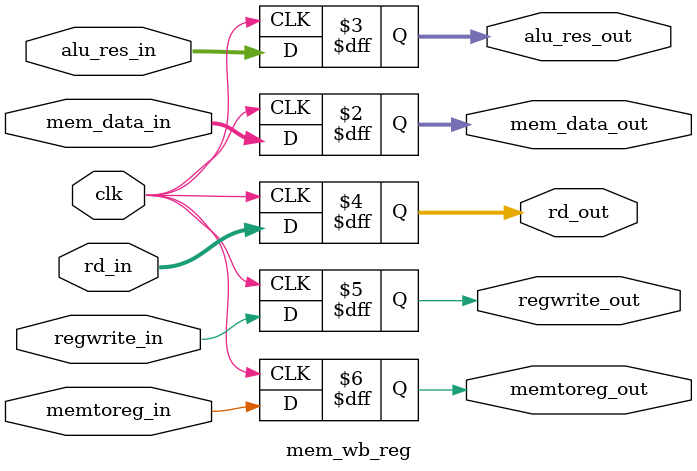
<source format=sv>

module if_id_reg(
  input logic clk,
  input logic flush,
  input logic stall,
  input logic [31:0] pc_in,
  input logic [31:0] instr_in,
  output logic [31:0] pc_out,
  output logic [31:0] instr_out
);
  logic [31:0] pc_r, instr_r;
  
  always_ff @(posedge clk) begin
    if (flush) begin
      pc_r <= 32'd0;
      instr_r <= 32'd0;
    end else if (!stall) begin
      pc_r <= pc_in;
      instr_r <= instr_in;
    end
  end
  
  assign pc_out = pc_r;
  assign instr_out = instr_r;
endmodule

// ==============================================================================

// ID/EX Pipeline Register
module id_ex_reg(
  input logic clk,
  input logic flush,
  input logic [31:0] pc_in,
  input logic [31:0] rd1_in,
  input logic [31:0] rd2_in,
  input logic [31:0] imm_in,
  input logic [4:0] rs1_in,
  input logic [4:0] rs2_in,
  input logic [4:0] rd_in,
  input logic regwrite_in,
  input logic memtoreg_in,
  input logic memread_in,
  input logic memwrite_in,
  input logic branch_in,
  input logic [1:0] aluop_in,
  input logic alusrc_in,
  output logic [31:0] pc_out,
  output logic [31:0] rd1_out,
  output logic [31:0] rd2_out,
  output logic [31:0] imm_out,
  output logic [4:0] rs1_out,
  output logic [4:0] rs2_out,
  output logic [4:0] rd_out,
  output logic regwrite_out,
  output logic memtoreg_out,
  output logic memread_out,
  output logic memwrite_out,
  output logic branch_out,
  output logic [1:0] aluop_out,
  output logic alusrc_out
);
  always_ff @(posedge clk) begin
    if (flush) begin
      pc_out <= '0;
      rd1_out <= '0;
      rd2_out <= '0;
      imm_out <= '0;
      rs1_out <= '0;
      rs2_out <= '0;
      rd_out <= '0;
      regwrite_out <= '0;
      memtoreg_out <= '0;
      memread_out <= '0;
      memwrite_out <= '0;
      branch_out <= '0;
      aluop_out <= '0;
      alusrc_out <= '0;
    end else begin
      pc_out <= pc_in;
      rd1_out <= rd1_in;
      rd2_out <= rd2_in;
      imm_out <= imm_in;
      rs1_out <= rs1_in;
      rs2_out <= rs2_in;
      rd_out <= rd_in;
      regwrite_out <= regwrite_in;
      memtoreg_out <= memtoreg_in;
      memread_out <= memread_in;
      memwrite_out <= memwrite_in;
      branch_out <= branch_in;
      aluop_out <= aluop_in;
      alusrc_out <= alusrc_in;
    end
  end
endmodule

// ==============================================================================

// EX/MEM Pipeline Register
module ex_mem_reg(
  input logic clk,
  input logic [31:0] alu_res_in,
  input logic [31:0] rd2_in,
  input logic [4:0] rd_in,
  input logic regwrite_in,
  input logic memtoreg_in,
  input logic memread_in,
  input logic memwrite_in,
  output logic [31:0] alu_res_out,
  output logic [31:0] rd2_out,
  output logic [4:0] rd_out,
  output logic regwrite_out,
  output logic memtoreg_out,
  output logic memread_out,
  output logic memwrite_out
);
  always_ff @(posedge clk) begin
    alu_res_out <= alu_res_in;
    rd2_out <= rd2_in;
    rd_out <= rd_in;
    regwrite_out <= regwrite_in;
    memtoreg_out <= memtoreg_in;
    memread_out <= memread_in;
    memwrite_out <= memwrite_in;
  end
endmodule

// ==============================================================================

// MEM/WB Pipeline Register
module mem_wb_reg(
  input logic clk,
  input logic [31:0] mem_data_in,
  input logic [31:0] alu_res_in,
  input logic [4:0] rd_in,
  input logic regwrite_in,
  input logic memtoreg_in,
  output logic [31:0] mem_data_out,
  output logic [31:0] alu_res_out,
  output logic [4:0] rd_out,
  output logic regwrite_out,
  output logic memtoreg_out
);
  always_ff @(posedge clk) begin
    mem_data_out <= mem_data_in;
    alu_res_out <= alu_res_in;
    rd_out <= rd_in;
    regwrite_out <= regwrite_in;
    memtoreg_out <= memtoreg_in;
  end
endmodule

// =============================================================================="

</source>
